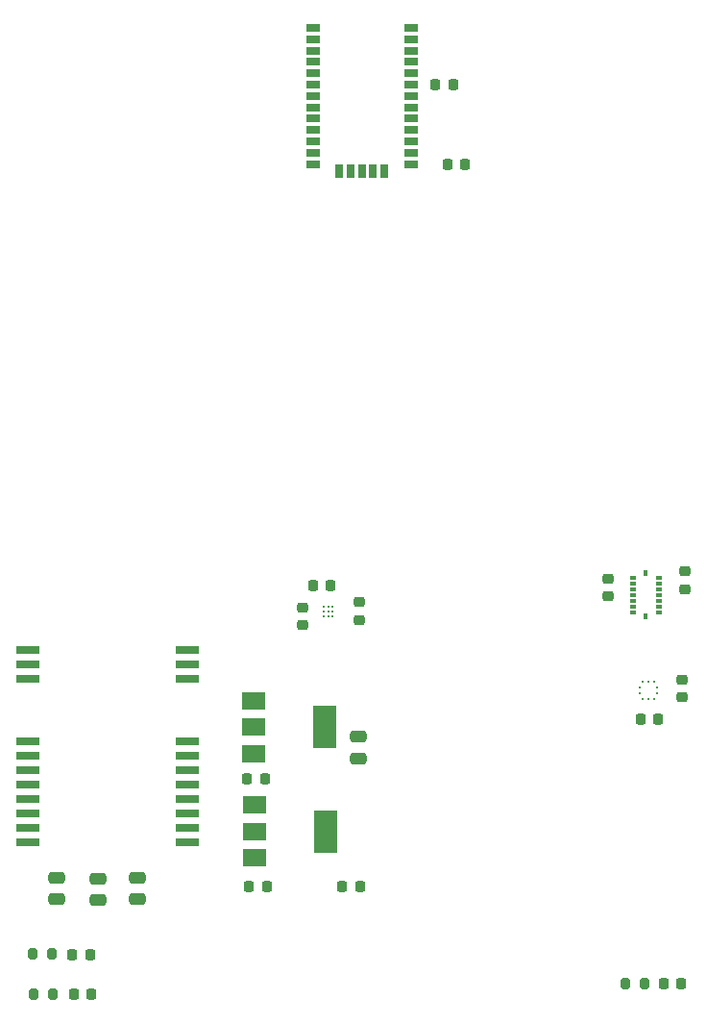
<source format=gbr>
%TF.GenerationSoftware,KiCad,Pcbnew,7.0.10*%
%TF.CreationDate,2024-05-30T01:56:08-07:00*%
%TF.ProjectId,APRL,4150524c-2e6b-4696-9361-645f70636258,rev?*%
%TF.SameCoordinates,Original*%
%TF.FileFunction,Paste,Top*%
%TF.FilePolarity,Positive*%
%FSLAX46Y46*%
G04 Gerber Fmt 4.6, Leading zero omitted, Abs format (unit mm)*
G04 Created by KiCad (PCBNEW 7.0.10) date 2024-05-30 01:56:08*
%MOMM*%
%LPD*%
G01*
G04 APERTURE LIST*
G04 Aperture macros list*
%AMRoundRect*
0 Rectangle with rounded corners*
0 $1 Rounding radius*
0 $2 $3 $4 $5 $6 $7 $8 $9 X,Y pos of 4 corners*
0 Add a 4 corners polygon primitive as box body*
4,1,4,$2,$3,$4,$5,$6,$7,$8,$9,$2,$3,0*
0 Add four circle primitives for the rounded corners*
1,1,$1+$1,$2,$3*
1,1,$1+$1,$4,$5*
1,1,$1+$1,$6,$7*
1,1,$1+$1,$8,$9*
0 Add four rect primitives between the rounded corners*
20,1,$1+$1,$2,$3,$4,$5,0*
20,1,$1+$1,$4,$5,$6,$7,0*
20,1,$1+$1,$6,$7,$8,$9,0*
20,1,$1+$1,$8,$9,$2,$3,0*%
G04 Aperture macros list end*
%ADD10RoundRect,0.225000X-0.250000X0.225000X-0.250000X-0.225000X0.250000X-0.225000X0.250000X0.225000X0*%
%ADD11RoundRect,0.250000X-0.475000X0.250000X-0.475000X-0.250000X0.475000X-0.250000X0.475000X0.250000X0*%
%ADD12R,2.000000X1.500000*%
%ADD13R,2.000000X3.800000*%
%ADD14RoundRect,0.225000X0.250000X-0.225000X0.250000X0.225000X-0.250000X0.225000X-0.250000X-0.225000X0*%
%ADD15RoundRect,0.200000X-0.200000X-0.275000X0.200000X-0.275000X0.200000X0.275000X-0.200000X0.275000X0*%
%ADD16RoundRect,0.218750X-0.218750X-0.256250X0.218750X-0.256250X0.218750X0.256250X-0.218750X0.256250X0*%
%ADD17C,0.228600*%
%ADD18R,0.279400X0.254000*%
%ADD19R,0.254000X0.254000*%
%ADD20R,2.000000X0.800000*%
%ADD21RoundRect,0.225000X-0.225000X-0.250000X0.225000X-0.250000X0.225000X0.250000X-0.225000X0.250000X0*%
%ADD22RoundRect,0.225000X0.225000X0.250000X-0.225000X0.250000X-0.225000X-0.250000X0.225000X-0.250000X0*%
%ADD23R,1.143000X0.711200*%
%ADD24R,0.711200X1.143000*%
%ADD25R,0.590000X0.350000*%
%ADD26R,0.350000X0.590000*%
%ADD27RoundRect,0.200000X0.200000X0.275000X-0.200000X0.275000X-0.200000X-0.275000X0.200000X-0.275000X0*%
G04 APERTURE END LIST*
D10*
%TO.C,C14*%
X141450000Y-100975000D03*
X141450000Y-102525000D03*
%TD*%
D11*
%TO.C,C4*%
X119850000Y-124750000D03*
X119850000Y-126650000D03*
%TD*%
D10*
%TO.C,C13*%
X146500000Y-100475000D03*
X146500000Y-102025000D03*
%TD*%
D11*
%TO.C,C3*%
X123450000Y-124800000D03*
X123450000Y-126700000D03*
%TD*%
D12*
%TO.C,5V*%
X137250000Y-118350000D03*
X137250000Y-120650000D03*
D13*
X143550000Y-120650000D03*
D12*
X137250000Y-122950000D03*
%TD*%
D14*
%TO.C,C6*%
X174900000Y-108875000D03*
X174900000Y-107325000D03*
%TD*%
D15*
%TO.C,R3*%
X169975000Y-134050000D03*
X171625000Y-134050000D03*
%TD*%
%TO.C,R2*%
X117700000Y-131450000D03*
X119350000Y-131450000D03*
%TD*%
D14*
%TO.C,C2*%
X168450000Y-99975000D03*
X168450000Y-98425000D03*
%TD*%
D16*
%TO.C,Status*%
X173300000Y-134050000D03*
X174875000Y-134050000D03*
%TD*%
D17*
%TO.C,Mag*%
X144150000Y-101700000D03*
X143749950Y-101700000D03*
X143349900Y-101700000D03*
X144150000Y-101299950D03*
X143749950Y-101299950D03*
X143349900Y-101299950D03*
X144150000Y-100899900D03*
X143749950Y-100899900D03*
X143349900Y-100899900D03*
%TD*%
D18*
%TO.C,Baro*%
X172710301Y-108500000D03*
X172710301Y-108000000D03*
D19*
X172449999Y-107476999D03*
X171950000Y-107476999D03*
X171450001Y-107476999D03*
D18*
X171189699Y-108000000D03*
X171189699Y-108500000D03*
D19*
X171450001Y-109023001D03*
X171950000Y-109023001D03*
X172449999Y-109023001D03*
%TD*%
D12*
%TO.C,3.3V*%
X137150000Y-109200000D03*
X137150000Y-111500000D03*
D13*
X143450000Y-111500000D03*
D12*
X137150000Y-113800000D03*
%TD*%
D20*
%TO.C,Lora*%
X117300000Y-104650000D03*
X117300000Y-105920000D03*
X117300000Y-107190000D03*
X117300000Y-112760000D03*
X117300000Y-114030000D03*
X117300000Y-115300000D03*
X117300000Y-116570000D03*
X117300000Y-117840000D03*
X117300000Y-119110000D03*
X117300000Y-120380000D03*
X117300000Y-121650000D03*
X131300000Y-121650000D03*
X131300000Y-120380000D03*
X131300000Y-119110000D03*
X131300000Y-117840000D03*
X131300000Y-116570000D03*
X131300000Y-115300000D03*
X131300000Y-114030000D03*
X131300000Y-112760000D03*
X131300000Y-107190000D03*
X131300000Y-105920000D03*
X131300000Y-104650000D03*
%TD*%
D11*
%TO.C,C1*%
X126950000Y-124750000D03*
X126950000Y-126650000D03*
%TD*%
D21*
%TO.C,C16*%
X153200000Y-54900000D03*
X154750000Y-54900000D03*
%TD*%
D22*
%TO.C,C12*%
X143950000Y-99050000D03*
X142400000Y-99050000D03*
%TD*%
D23*
%TO.C,GPS1*%
X151025000Y-61900001D03*
X151025000Y-60900000D03*
X151025000Y-59900000D03*
X151025000Y-58899999D03*
X151025000Y-57900001D03*
X151025000Y-56900001D03*
X151025000Y-55900000D03*
X151025000Y-54899999D03*
X151025000Y-53899999D03*
X151025000Y-52900001D03*
X151025000Y-51900000D03*
X151025000Y-50900000D03*
X151025000Y-49899999D03*
X142375000Y-49899999D03*
X142375000Y-50900000D03*
X142375000Y-51900000D03*
X142375000Y-52900001D03*
X142375000Y-53899999D03*
X142375000Y-54899999D03*
X142375000Y-55900000D03*
X142375000Y-56900001D03*
X142375000Y-57900001D03*
X142375000Y-58899999D03*
X142375000Y-59900000D03*
X142375000Y-60900000D03*
X142375000Y-61900001D03*
D24*
X144699999Y-62500002D03*
X145699999Y-62500002D03*
X146700000Y-62500002D03*
X147700001Y-62500002D03*
X148700001Y-62500002D03*
%TD*%
D10*
%TO.C,C5*%
X175200000Y-97775000D03*
X175200000Y-99325000D03*
%TD*%
D11*
%TO.C,C11*%
X146400000Y-112350000D03*
X146400000Y-114250000D03*
%TD*%
D21*
%TO.C,C15*%
X154275000Y-61900000D03*
X155825000Y-61900000D03*
%TD*%
D16*
%TO.C,3.3V*%
X121187500Y-131500000D03*
X122762500Y-131500000D03*
%TD*%
D25*
%TO.C,IMU*%
X172902500Y-98350000D03*
X172902500Y-98850000D03*
X172902500Y-99350000D03*
X172902500Y-99850000D03*
X172902500Y-100350000D03*
X172902500Y-100850000D03*
X172902500Y-101350000D03*
D26*
X171737500Y-101765000D03*
D25*
X170572500Y-101350000D03*
X170572500Y-100850000D03*
X170572500Y-100350000D03*
X170572500Y-99850000D03*
X170572500Y-99350000D03*
X170572500Y-98850000D03*
X170572500Y-98350000D03*
D26*
X171737500Y-97935000D03*
%TD*%
D21*
%TO.C,C8*%
X136775000Y-125550000D03*
X138325000Y-125550000D03*
%TD*%
D16*
%TO.C,5V*%
X121312500Y-135000000D03*
X122887500Y-135000000D03*
%TD*%
D22*
%TO.C,C9*%
X146525000Y-125550000D03*
X144975000Y-125550000D03*
%TD*%
D21*
%TO.C,C10*%
X136600000Y-116000000D03*
X138150000Y-116000000D03*
%TD*%
D27*
%TO.C,R1*%
X119450000Y-135000000D03*
X117800000Y-135000000D03*
%TD*%
D22*
%TO.C,C7*%
X172800000Y-110750000D03*
X171250000Y-110750000D03*
%TD*%
M02*

</source>
